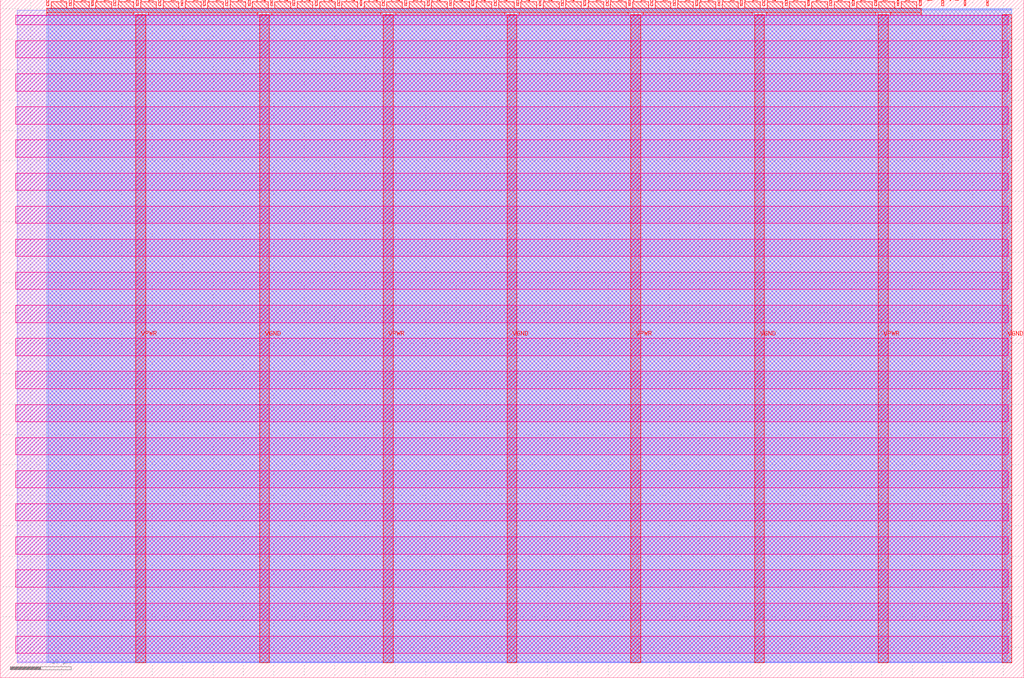
<source format=lef>
VERSION 5.7 ;
  NOWIREEXTENSIONATPIN ON ;
  DIVIDERCHAR "/" ;
  BUSBITCHARS "[]" ;
MACRO tt_um_wokwi_374974793636964353
  CLASS BLOCK ;
  FOREIGN tt_um_wokwi_374974793636964353 ;
  ORIGIN 0.000 0.000 ;
  SIZE 168.360 BY 111.520 ;
  PIN VGND
    DIRECTION INOUT ;
    USE GROUND ;
    PORT
      LAYER met4 ;
        RECT 42.670 2.480 44.270 109.040 ;
    END
    PORT
      LAYER met4 ;
        RECT 83.380 2.480 84.980 109.040 ;
    END
    PORT
      LAYER met4 ;
        RECT 124.090 2.480 125.690 109.040 ;
    END
    PORT
      LAYER met4 ;
        RECT 164.800 2.480 166.400 109.040 ;
    END
  END VGND
  PIN VPWR
    DIRECTION INOUT ;
    USE POWER ;
    PORT
      LAYER met4 ;
        RECT 22.315 2.480 23.915 109.040 ;
    END
    PORT
      LAYER met4 ;
        RECT 63.025 2.480 64.625 109.040 ;
    END
    PORT
      LAYER met4 ;
        RECT 103.735 2.480 105.335 109.040 ;
    END
    PORT
      LAYER met4 ;
        RECT 144.445 2.480 146.045 109.040 ;
    END
  END VPWR
  PIN clk
    DIRECTION INPUT ;
    USE SIGNAL ;
    PORT
      LAYER met4 ;
        RECT 158.550 110.520 158.850 111.520 ;
    END
  END clk
  PIN ena
    DIRECTION INPUT ;
    USE SIGNAL ;
    PORT
      LAYER met4 ;
        RECT 162.230 110.520 162.530 111.520 ;
    END
  END ena
  PIN rst_n
    DIRECTION INPUT ;
    USE SIGNAL ;
    PORT
      LAYER met4 ;
        RECT 154.870 110.520 155.170 111.520 ;
    END
  END rst_n
  PIN ui_in[0]
    DIRECTION INPUT ;
    USE SIGNAL ;
    ANTENNAGATEAREA 0.159000 ;
    PORT
      LAYER met4 ;
        RECT 151.190 110.520 151.490 111.520 ;
    END
  END ui_in[0]
  PIN ui_in[1]
    DIRECTION INPUT ;
    USE SIGNAL ;
    ANTENNAGATEAREA 0.159000 ;
    PORT
      LAYER met4 ;
        RECT 147.510 110.520 147.810 111.520 ;
    END
  END ui_in[1]
  PIN ui_in[2]
    DIRECTION INPUT ;
    USE SIGNAL ;
    ANTENNAGATEAREA 0.159000 ;
    PORT
      LAYER met4 ;
        RECT 143.830 110.520 144.130 111.520 ;
    END
  END ui_in[2]
  PIN ui_in[3]
    DIRECTION INPUT ;
    USE SIGNAL ;
    ANTENNAGATEAREA 0.159000 ;
    PORT
      LAYER met4 ;
        RECT 140.150 110.520 140.450 111.520 ;
    END
  END ui_in[3]
  PIN ui_in[4]
    DIRECTION INPUT ;
    USE SIGNAL ;
    PORT
      LAYER met4 ;
        RECT 136.470 110.520 136.770 111.520 ;
    END
  END ui_in[4]
  PIN ui_in[5]
    DIRECTION INPUT ;
    USE SIGNAL ;
    PORT
      LAYER met4 ;
        RECT 132.790 110.520 133.090 111.520 ;
    END
  END ui_in[5]
  PIN ui_in[6]
    DIRECTION INPUT ;
    USE SIGNAL ;
    PORT
      LAYER met4 ;
        RECT 129.110 110.520 129.410 111.520 ;
    END
  END ui_in[6]
  PIN ui_in[7]
    DIRECTION INPUT ;
    USE SIGNAL ;
    ANTENNAGATEAREA 0.159000 ;
    PORT
      LAYER met4 ;
        RECT 125.430 110.520 125.730 111.520 ;
    END
  END ui_in[7]
  PIN uio_in[0]
    DIRECTION INPUT ;
    USE SIGNAL ;
    PORT
      LAYER met4 ;
        RECT 121.750 110.520 122.050 111.520 ;
    END
  END uio_in[0]
  PIN uio_in[1]
    DIRECTION INPUT ;
    USE SIGNAL ;
    PORT
      LAYER met4 ;
        RECT 118.070 110.520 118.370 111.520 ;
    END
  END uio_in[1]
  PIN uio_in[2]
    DIRECTION INPUT ;
    USE SIGNAL ;
    PORT
      LAYER met4 ;
        RECT 114.390 110.520 114.690 111.520 ;
    END
  END uio_in[2]
  PIN uio_in[3]
    DIRECTION INPUT ;
    USE SIGNAL ;
    PORT
      LAYER met4 ;
        RECT 110.710 110.520 111.010 111.520 ;
    END
  END uio_in[3]
  PIN uio_in[4]
    DIRECTION INPUT ;
    USE SIGNAL ;
    PORT
      LAYER met4 ;
        RECT 107.030 110.520 107.330 111.520 ;
    END
  END uio_in[4]
  PIN uio_in[5]
    DIRECTION INPUT ;
    USE SIGNAL ;
    PORT
      LAYER met4 ;
        RECT 103.350 110.520 103.650 111.520 ;
    END
  END uio_in[5]
  PIN uio_in[6]
    DIRECTION INPUT ;
    USE SIGNAL ;
    PORT
      LAYER met4 ;
        RECT 99.670 110.520 99.970 111.520 ;
    END
  END uio_in[6]
  PIN uio_in[7]
    DIRECTION INPUT ;
    USE SIGNAL ;
    PORT
      LAYER met4 ;
        RECT 95.990 110.520 96.290 111.520 ;
    END
  END uio_in[7]
  PIN uio_oe[0]
    DIRECTION OUTPUT TRISTATE ;
    USE SIGNAL ;
    PORT
      LAYER met4 ;
        RECT 33.430 110.520 33.730 111.520 ;
    END
  END uio_oe[0]
  PIN uio_oe[1]
    DIRECTION OUTPUT TRISTATE ;
    USE SIGNAL ;
    PORT
      LAYER met4 ;
        RECT 29.750 110.520 30.050 111.520 ;
    END
  END uio_oe[1]
  PIN uio_oe[2]
    DIRECTION OUTPUT TRISTATE ;
    USE SIGNAL ;
    PORT
      LAYER met4 ;
        RECT 26.070 110.520 26.370 111.520 ;
    END
  END uio_oe[2]
  PIN uio_oe[3]
    DIRECTION OUTPUT TRISTATE ;
    USE SIGNAL ;
    PORT
      LAYER met4 ;
        RECT 22.390 110.520 22.690 111.520 ;
    END
  END uio_oe[3]
  PIN uio_oe[4]
    DIRECTION OUTPUT TRISTATE ;
    USE SIGNAL ;
    PORT
      LAYER met4 ;
        RECT 18.710 110.520 19.010 111.520 ;
    END
  END uio_oe[4]
  PIN uio_oe[5]
    DIRECTION OUTPUT TRISTATE ;
    USE SIGNAL ;
    PORT
      LAYER met4 ;
        RECT 15.030 110.520 15.330 111.520 ;
    END
  END uio_oe[5]
  PIN uio_oe[6]
    DIRECTION OUTPUT TRISTATE ;
    USE SIGNAL ;
    PORT
      LAYER met4 ;
        RECT 11.350 110.520 11.650 111.520 ;
    END
  END uio_oe[6]
  PIN uio_oe[7]
    DIRECTION OUTPUT TRISTATE ;
    USE SIGNAL ;
    PORT
      LAYER met4 ;
        RECT 7.670 110.520 7.970 111.520 ;
    END
  END uio_oe[7]
  PIN uio_out[0]
    DIRECTION OUTPUT TRISTATE ;
    USE SIGNAL ;
    PORT
      LAYER met4 ;
        RECT 62.870 110.520 63.170 111.520 ;
    END
  END uio_out[0]
  PIN uio_out[1]
    DIRECTION OUTPUT TRISTATE ;
    USE SIGNAL ;
    PORT
      LAYER met4 ;
        RECT 59.190 110.520 59.490 111.520 ;
    END
  END uio_out[1]
  PIN uio_out[2]
    DIRECTION OUTPUT TRISTATE ;
    USE SIGNAL ;
    PORT
      LAYER met4 ;
        RECT 55.510 110.520 55.810 111.520 ;
    END
  END uio_out[2]
  PIN uio_out[3]
    DIRECTION OUTPUT TRISTATE ;
    USE SIGNAL ;
    PORT
      LAYER met4 ;
        RECT 51.830 110.520 52.130 111.520 ;
    END
  END uio_out[3]
  PIN uio_out[4]
    DIRECTION OUTPUT TRISTATE ;
    USE SIGNAL ;
    PORT
      LAYER met4 ;
        RECT 48.150 110.520 48.450 111.520 ;
    END
  END uio_out[4]
  PIN uio_out[5]
    DIRECTION OUTPUT TRISTATE ;
    USE SIGNAL ;
    PORT
      LAYER met4 ;
        RECT 44.470 110.520 44.770 111.520 ;
    END
  END uio_out[5]
  PIN uio_out[6]
    DIRECTION OUTPUT TRISTATE ;
    USE SIGNAL ;
    PORT
      LAYER met4 ;
        RECT 40.790 110.520 41.090 111.520 ;
    END
  END uio_out[6]
  PIN uio_out[7]
    DIRECTION OUTPUT TRISTATE ;
    USE SIGNAL ;
    PORT
      LAYER met4 ;
        RECT 37.110 110.520 37.410 111.520 ;
    END
  END uio_out[7]
  PIN uo_out[0]
    DIRECTION OUTPUT TRISTATE ;
    USE SIGNAL ;
    ANTENNADIFFAREA 0.445500 ;
    PORT
      LAYER met4 ;
        RECT 92.310 110.520 92.610 111.520 ;
    END
  END uo_out[0]
  PIN uo_out[1]
    DIRECTION OUTPUT TRISTATE ;
    USE SIGNAL ;
    ANTENNADIFFAREA 0.795200 ;
    PORT
      LAYER met4 ;
        RECT 88.630 110.520 88.930 111.520 ;
    END
  END uo_out[1]
  PIN uo_out[2]
    DIRECTION OUTPUT TRISTATE ;
    USE SIGNAL ;
    ANTENNADIFFAREA 0.445500 ;
    PORT
      LAYER met4 ;
        RECT 84.950 110.520 85.250 111.520 ;
    END
  END uo_out[2]
  PIN uo_out[3]
    DIRECTION OUTPUT TRISTATE ;
    USE SIGNAL ;
    ANTENNADIFFAREA 0.445500 ;
    PORT
      LAYER met4 ;
        RECT 81.270 110.520 81.570 111.520 ;
    END
  END uo_out[3]
  PIN uo_out[4]
    DIRECTION OUTPUT TRISTATE ;
    USE SIGNAL ;
    ANTENNADIFFAREA 0.445500 ;
    PORT
      LAYER met4 ;
        RECT 77.590 110.520 77.890 111.520 ;
    END
  END uo_out[4]
  PIN uo_out[5]
    DIRECTION OUTPUT TRISTATE ;
    USE SIGNAL ;
    ANTENNADIFFAREA 0.445500 ;
    PORT
      LAYER met4 ;
        RECT 73.910 110.520 74.210 111.520 ;
    END
  END uo_out[5]
  PIN uo_out[6]
    DIRECTION OUTPUT TRISTATE ;
    USE SIGNAL ;
    ANTENNADIFFAREA 0.445500 ;
    PORT
      LAYER met4 ;
        RECT 70.230 110.520 70.530 111.520 ;
    END
  END uo_out[6]
  PIN uo_out[7]
    DIRECTION OUTPUT TRISTATE ;
    USE SIGNAL ;
    PORT
      LAYER met4 ;
        RECT 66.550 110.520 66.850 111.520 ;
    END
  END uo_out[7]
  OBS
      LAYER nwell ;
        RECT 2.570 107.385 165.790 108.990 ;
        RECT 2.570 101.945 165.790 104.775 ;
        RECT 2.570 96.505 165.790 99.335 ;
        RECT 2.570 91.065 165.790 93.895 ;
        RECT 2.570 85.625 165.790 88.455 ;
        RECT 2.570 80.185 165.790 83.015 ;
        RECT 2.570 74.745 165.790 77.575 ;
        RECT 2.570 69.305 165.790 72.135 ;
        RECT 2.570 63.865 165.790 66.695 ;
        RECT 2.570 58.425 165.790 61.255 ;
        RECT 2.570 52.985 165.790 55.815 ;
        RECT 2.570 47.545 165.790 50.375 ;
        RECT 2.570 42.105 165.790 44.935 ;
        RECT 2.570 36.665 165.790 39.495 ;
        RECT 2.570 31.225 165.790 34.055 ;
        RECT 2.570 25.785 165.790 28.615 ;
        RECT 2.570 20.345 165.790 23.175 ;
        RECT 2.570 14.905 165.790 17.735 ;
        RECT 2.570 9.465 165.790 12.295 ;
        RECT 2.570 4.025 165.790 6.855 ;
      LAYER li1 ;
        RECT 2.760 2.635 165.600 108.885 ;
      LAYER met1 ;
        RECT 2.760 2.480 166.400 109.780 ;
      LAYER met2 ;
        RECT 7.910 2.535 166.370 110.005 ;
      LAYER met3 ;
        RECT 7.630 2.555 166.390 109.985 ;
      LAYER met4 ;
        RECT 8.370 110.120 10.950 111.170 ;
        RECT 12.050 110.120 14.630 111.170 ;
        RECT 15.730 110.120 18.310 111.170 ;
        RECT 19.410 110.120 21.990 111.170 ;
        RECT 23.090 110.120 25.670 111.170 ;
        RECT 26.770 110.120 29.350 111.170 ;
        RECT 30.450 110.120 33.030 111.170 ;
        RECT 34.130 110.120 36.710 111.170 ;
        RECT 37.810 110.120 40.390 111.170 ;
        RECT 41.490 110.120 44.070 111.170 ;
        RECT 45.170 110.120 47.750 111.170 ;
        RECT 48.850 110.120 51.430 111.170 ;
        RECT 52.530 110.120 55.110 111.170 ;
        RECT 56.210 110.120 58.790 111.170 ;
        RECT 59.890 110.120 62.470 111.170 ;
        RECT 63.570 110.120 66.150 111.170 ;
        RECT 67.250 110.120 69.830 111.170 ;
        RECT 70.930 110.120 73.510 111.170 ;
        RECT 74.610 110.120 77.190 111.170 ;
        RECT 78.290 110.120 80.870 111.170 ;
        RECT 81.970 110.120 84.550 111.170 ;
        RECT 85.650 110.120 88.230 111.170 ;
        RECT 89.330 110.120 91.910 111.170 ;
        RECT 93.010 110.120 95.590 111.170 ;
        RECT 96.690 110.120 99.270 111.170 ;
        RECT 100.370 110.120 102.950 111.170 ;
        RECT 104.050 110.120 106.630 111.170 ;
        RECT 107.730 110.120 110.310 111.170 ;
        RECT 111.410 110.120 113.990 111.170 ;
        RECT 115.090 110.120 117.670 111.170 ;
        RECT 118.770 110.120 121.350 111.170 ;
        RECT 122.450 110.120 125.030 111.170 ;
        RECT 126.130 110.120 128.710 111.170 ;
        RECT 129.810 110.120 132.390 111.170 ;
        RECT 133.490 110.120 136.070 111.170 ;
        RECT 137.170 110.120 139.750 111.170 ;
        RECT 140.850 110.120 143.430 111.170 ;
        RECT 144.530 110.120 147.110 111.170 ;
        RECT 148.210 110.120 150.790 111.170 ;
        RECT 7.655 109.440 151.505 110.120 ;
        RECT 7.655 108.975 21.915 109.440 ;
        RECT 24.315 108.975 42.270 109.440 ;
        RECT 44.670 108.975 62.625 109.440 ;
        RECT 65.025 108.975 82.980 109.440 ;
        RECT 85.380 108.975 103.335 109.440 ;
        RECT 105.735 108.975 123.690 109.440 ;
        RECT 126.090 108.975 144.045 109.440 ;
        RECT 146.445 108.975 151.505 109.440 ;
  END
END tt_um_wokwi_374974793636964353
END LIBRARY


</source>
